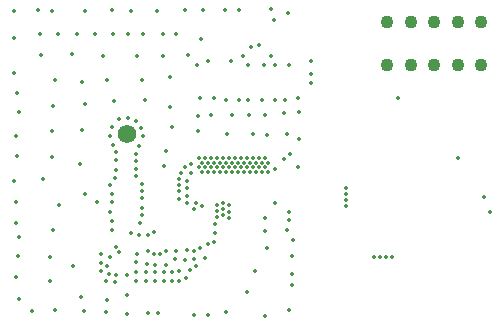
<source format=gbs>
G04*
G04 #@! TF.GenerationSoftware,Altium Limited,Altium Designer,25.8.1 (18)*
G04*
G04 Layer_Color=16711935*
%FSLAX25Y25*%
%MOIN*%
G70*
G04*
G04 #@! TF.SameCoordinates,B1CEF322-6E4B-462D-A777-0404C650DA73*
G04*
G04*
G04 #@! TF.FilePolarity,Negative*
G04*
G01*
G75*
%ADD37C,0.04299*%
%ADD38C,0.06205*%
%ADD39C,0.01400*%
D37*
X250752Y471120D02*
D03*
X258626D02*
D03*
X266500D02*
D03*
X274374D02*
D03*
X282248D02*
D03*
X250752Y485500D02*
D03*
X282248D02*
D03*
X274374D02*
D03*
X266500D02*
D03*
X258626D02*
D03*
D38*
X164000Y448000D02*
D03*
D39*
X161500Y408662D02*
D03*
X254500Y460000D02*
D03*
X285000Y422000D02*
D03*
X157500Y404000D02*
D03*
X165500Y415000D02*
D03*
X274500Y440000D02*
D03*
X205500Y477000D02*
D03*
X187000Y425000D02*
D03*
X196000D02*
D03*
X218000Y422000D02*
D03*
Y419600D02*
D03*
X221155Y437267D02*
D03*
X213444Y436556D02*
D03*
X216523Y439634D02*
D03*
X218444Y441556D02*
D03*
X218000Y471000D02*
D03*
X213500D02*
D03*
X237000Y430000D02*
D03*
Y428000D02*
D03*
Y426000D02*
D03*
Y424000D02*
D03*
X225500Y465000D02*
D03*
X209827Y471095D02*
D03*
X208194Y477806D02*
D03*
X225500Y468000D02*
D03*
X212000Y474000D02*
D03*
X213000Y486200D02*
D03*
X191000Y472500D02*
D03*
X188728Y479850D02*
D03*
X217570Y416200D02*
D03*
X202646Y474178D02*
D03*
X252500Y407000D02*
D03*
X250500D02*
D03*
X248500D02*
D03*
X246500D02*
D03*
X283000Y427000D02*
D03*
X210128Y387413D02*
D03*
X218124Y389337D02*
D03*
X219160Y397926D02*
D03*
Y401479D02*
D03*
X219012Y407402D02*
D03*
X219604Y412733D02*
D03*
X210000Y420000D02*
D03*
X210276Y415694D02*
D03*
X210720Y410068D02*
D03*
X206722Y402368D02*
D03*
X204000Y395500D02*
D03*
X196949Y388745D02*
D03*
X148678Y393928D02*
D03*
X157414Y392891D02*
D03*
X191174Y387857D02*
D03*
X186288D02*
D03*
X174500Y388500D02*
D03*
X171185Y388301D02*
D03*
X164000Y388000D02*
D03*
X156970Y388893D02*
D03*
X149714Y389189D02*
D03*
X140000Y389500D02*
D03*
X132500Y389000D02*
D03*
X221413Y446586D02*
D03*
X217500Y448000D02*
D03*
X210813Y447829D02*
D03*
X206037Y448157D02*
D03*
X197400Y447960D02*
D03*
X187846Y449007D02*
D03*
X187912Y454111D02*
D03*
X192000Y454500D02*
D03*
X199166Y454503D02*
D03*
X204728Y454307D02*
D03*
X210000Y454500D02*
D03*
X216500Y455000D02*
D03*
X221500Y455500D02*
D03*
X221000Y460000D02*
D03*
X216833Y459607D02*
D03*
X213500Y459500D02*
D03*
X209000D02*
D03*
X204500D02*
D03*
X201500D02*
D03*
X197000D02*
D03*
X193000Y460000D02*
D03*
X188500D02*
D03*
X138292Y398999D02*
D03*
X138500Y407000D02*
D03*
X139500Y416000D02*
D03*
X141500Y424500D02*
D03*
X148500Y438000D02*
D03*
X139000Y440500D02*
D03*
Y449000D02*
D03*
X149000Y449500D02*
D03*
X176500Y437500D02*
D03*
X177000Y442500D02*
D03*
X179000Y450500D02*
D03*
X178355Y457063D02*
D03*
X170000Y459500D02*
D03*
X159762Y459129D02*
D03*
X150000Y458000D02*
D03*
X139500Y457500D02*
D03*
X139989Y465990D02*
D03*
X149000Y465500D02*
D03*
X157500Y466000D02*
D03*
X169000D02*
D03*
X178500Y467000D02*
D03*
X176000Y474000D02*
D03*
X184500Y474500D02*
D03*
X167500Y474000D02*
D03*
X156073Y474106D02*
D03*
X145744Y474697D02*
D03*
X135500Y474500D02*
D03*
X135000Y481500D02*
D03*
X141000D02*
D03*
X147293Y481484D02*
D03*
X153500Y481500D02*
D03*
X159500D02*
D03*
X164500D02*
D03*
X169280Y481484D02*
D03*
X176067Y481337D02*
D03*
X180500Y481500D02*
D03*
X198649Y472354D02*
D03*
X189497Y489536D02*
D03*
X217901Y488511D02*
D03*
X211944Y489653D02*
D03*
X201500Y489500D02*
D03*
X196818Y489536D02*
D03*
X183500Y489500D02*
D03*
X174124Y489243D02*
D03*
X165500Y489000D02*
D03*
X159000Y489500D02*
D03*
X150000Y489000D02*
D03*
X139000D02*
D03*
X134500Y489500D02*
D03*
X126500Y489000D02*
D03*
Y480000D02*
D03*
X126477Y468510D02*
D03*
X127499Y461810D02*
D03*
X127953Y455337D02*
D03*
X127272Y447502D02*
D03*
X127499Y440915D02*
D03*
X126500Y432500D02*
D03*
X128000Y393000D02*
D03*
X127000Y400500D02*
D03*
X127612Y407415D02*
D03*
X127953Y413661D02*
D03*
X127000Y418500D02*
D03*
Y425500D02*
D03*
X136000Y433000D02*
D03*
X150000Y428000D02*
D03*
X154000Y425500D02*
D03*
X168500Y418500D02*
D03*
X169000Y421000D02*
D03*
Y423500D02*
D03*
X169179Y426780D02*
D03*
X169000Y429000D02*
D03*
Y431500D02*
D03*
X167000Y434000D02*
D03*
Y436500D02*
D03*
Y439000D02*
D03*
Y441500D02*
D03*
X168252Y444058D02*
D03*
X169500Y447500D02*
D03*
X168837Y450061D02*
D03*
X167080Y452453D02*
D03*
X164500Y453500D02*
D03*
X161500Y453000D02*
D03*
X159000Y450500D02*
D03*
X158500Y447500D02*
D03*
X159500Y444500D02*
D03*
X160500Y442000D02*
D03*
Y439500D02*
D03*
Y436000D02*
D03*
X160000Y433500D02*
D03*
X158500Y431000D02*
D03*
X159000Y428000D02*
D03*
Y425500D02*
D03*
X158500Y422000D02*
D03*
X159000Y419000D02*
D03*
Y416000D02*
D03*
X160005Y398717D02*
D03*
X160500Y401000D02*
D03*
X157000Y399000D02*
D03*
X158500Y407000D02*
D03*
X155500Y405000D02*
D03*
Y408000D02*
D03*
X158000Y401500D02*
D03*
X155500Y402500D02*
D03*
X167519Y408282D02*
D03*
X167129Y405549D02*
D03*
X170741Y404719D02*
D03*
X173500Y404500D02*
D03*
X177000D02*
D03*
X181500Y402500D02*
D03*
X179000Y402000D02*
D03*
X176500D02*
D03*
X173500D02*
D03*
X170500D02*
D03*
X167000D02*
D03*
Y399000D02*
D03*
X170500D02*
D03*
X173500D02*
D03*
X176500D02*
D03*
X179000D02*
D03*
X181500D02*
D03*
X183772Y400229D02*
D03*
X185188Y402621D02*
D03*
X187000Y404000D02*
D03*
X190166Y406672D02*
D03*
X186500Y406500D02*
D03*
X183500Y406000D02*
D03*
X180000Y406500D02*
D03*
X180500Y409000D02*
D03*
X184000Y409500D02*
D03*
X186500Y409000D02*
D03*
X188500Y410000D02*
D03*
X191240Y411357D02*
D03*
X193000Y412000D02*
D03*
X193500Y415000D02*
D03*
Y418000D02*
D03*
X198000Y420000D02*
D03*
X194000Y420500D02*
D03*
X196000Y421000D02*
D03*
X198000Y422000D02*
D03*
X194000Y422500D02*
D03*
X196000Y423000D02*
D03*
X198000Y424500D02*
D03*
X194000D02*
D03*
X186500Y423000D02*
D03*
X189000Y424000D02*
D03*
X184000Y425000D02*
D03*
X181500Y426500D02*
D03*
Y429000D02*
D03*
Y431000D02*
D03*
Y433000D02*
D03*
X182000Y435000D02*
D03*
X183500Y437000D02*
D03*
X188000Y440000D02*
D03*
X190000D02*
D03*
X192000D02*
D03*
X194000D02*
D03*
X196000D02*
D03*
X198000D02*
D03*
X200000D02*
D03*
X202000D02*
D03*
X204000D02*
D03*
X206000D02*
D03*
X208000D02*
D03*
X210000D02*
D03*
X211000Y438500D02*
D03*
X209000D02*
D03*
X207000D02*
D03*
X205000D02*
D03*
X203000D02*
D03*
X201000D02*
D03*
X199000D02*
D03*
X197000D02*
D03*
X195000D02*
D03*
X193000D02*
D03*
X191000D02*
D03*
X189000D02*
D03*
X185500Y438000D02*
D03*
X188000Y437000D02*
D03*
X190000D02*
D03*
X192000D02*
D03*
X194000D02*
D03*
X196000D02*
D03*
X198000D02*
D03*
X200000D02*
D03*
X202000D02*
D03*
X204000D02*
D03*
X206000D02*
D03*
X208000D02*
D03*
X210000D02*
D03*
X211000Y435500D02*
D03*
X209000D02*
D03*
X207000D02*
D03*
X205000D02*
D03*
X203000D02*
D03*
X201000D02*
D03*
X199000D02*
D03*
X197000D02*
D03*
X195000D02*
D03*
X193000D02*
D03*
X191000D02*
D03*
X189000D02*
D03*
X185500Y435000D02*
D03*
X184000Y432500D02*
D03*
Y430000D02*
D03*
Y427500D02*
D03*
X160500Y410500D02*
D03*
X146000Y404000D02*
D03*
X168000Y414500D02*
D03*
X177000Y409000D02*
D03*
X175000Y408000D02*
D03*
X171000Y414500D02*
D03*
X173000Y415500D02*
D03*
X171000Y409000D02*
D03*
X173000Y408000D02*
D03*
X225500Y472500D02*
D03*
X204500Y471000D02*
D03*
X187500D02*
D03*
X213500Y425000D02*
D03*
X164000Y401000D02*
D03*
Y394300D02*
D03*
M02*

</source>
